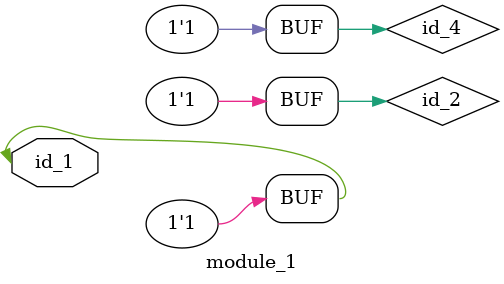
<source format=v>
module module_0 (
    id_1,
    id_2,
    id_3,
    id_4,
    id_5,
    id_6,
    id_7,
    id_8,
    id_9,
    id_10,
    id_11,
    id_12,
    id_13,
    id_14,
    id_15
);
  inout wire id_15;
  output wire id_14;
  input wire id_13;
  input wire id_12;
  input wire id_11;
  output wire id_10;
  input wire id_9;
  inout wire id_8;
  input wire id_7;
  inout wire id_6;
  output wire id_5;
  input wire id_4;
  input wire id_3;
  output wire id_2;
  output wire id_1;
  wire id_16;
  assign id_10 = 1;
endmodule
module module_1 (
    id_1
);
  inout wire id_1;
  assign id_1 = 1;
  wor id_2;
  assign id_2 = 1;
  module_0 modCall_1 (
      id_2,
      id_1,
      id_1,
      id_2,
      id_2,
      id_1,
      id_2,
      id_2,
      id_2,
      id_2,
      id_1,
      id_1,
      id_1,
      id_2,
      id_1
  );
  wire id_4 = 1;
  wire id_5;
endmodule

</source>
